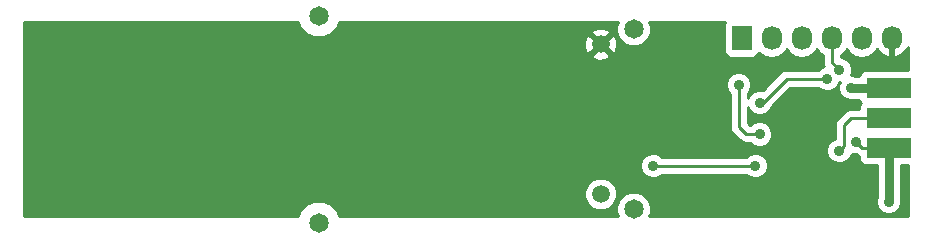
<source format=gbl>
%FSLAX46Y46*%
G04 Gerber Fmt 4.6, Leading zero omitted, Abs format (unit mm)*
G04 Created by KiCad (PCBNEW (2014-jul-16 BZR unknown)-product) date Thu 26 Feb 2015 11:02:22 PM EST*
%MOMM*%
G01*
G04 APERTURE LIST*
%ADD10C,0.100000*%
%ADD11C,1.500000*%
%ADD12C,1.651000*%
%ADD13R,3.810000X1.651000*%
%ADD14R,1.727200X2.032000*%
%ADD15O,1.727200X2.032000*%
%ADD16C,0.889000*%
%ADD17C,0.762000*%
%ADD18C,0.254000*%
G04 APERTURE END LIST*
D10*
D11*
X166370000Y-83820000D03*
X166370000Y-71120000D03*
D12*
X142494000Y-86233000D03*
X142494000Y-68707000D03*
D13*
X190754000Y-79883000D03*
X190754000Y-77343000D03*
X190754000Y-74803000D03*
D12*
X169164000Y-69850000D03*
X169164000Y-85090000D03*
D14*
X178308000Y-70612000D03*
D15*
X180848000Y-70612000D03*
X183388000Y-70612000D03*
X185928000Y-70612000D03*
X188468000Y-70612000D03*
X191008000Y-70612000D03*
D16*
X190754000Y-84455000D03*
X187960000Y-79375000D03*
X185547000Y-77343000D03*
X188976000Y-81788000D03*
X166751000Y-76454000D03*
X166116000Y-78359000D03*
X176784000Y-73533000D03*
X186563000Y-73279000D03*
X185547000Y-74041000D03*
X179832000Y-76073000D03*
X186563000Y-80137000D03*
X170815000Y-81407000D03*
X179451000Y-81407000D03*
X179832000Y-78740000D03*
X178054000Y-74549000D03*
X187579000Y-74803000D03*
D17*
X190754000Y-79883000D02*
X190754000Y-84455000D01*
D18*
X187960000Y-79375000D02*
X188468000Y-79883000D01*
X188468000Y-79883000D02*
X190754000Y-79883000D01*
X186563000Y-73279000D02*
X185928000Y-72644000D01*
X185928000Y-72644000D02*
X185928000Y-70612000D01*
X185547000Y-74041000D02*
X182118000Y-74041000D01*
X180086000Y-76073000D02*
X182118000Y-74041000D01*
X179832000Y-76073000D02*
X180086000Y-76073000D01*
X190754000Y-77343000D02*
X189611000Y-77343000D01*
X190754000Y-77343000D02*
X189611000Y-77343000D01*
X186944000Y-77978000D02*
X187579000Y-77343000D01*
X186944000Y-79756000D02*
X186944000Y-78232000D01*
X186563000Y-80137000D02*
X186944000Y-79756000D01*
X190754000Y-77343000D02*
X187579000Y-77343000D01*
X186944000Y-78232000D02*
X186944000Y-77978000D01*
X177800000Y-81407000D02*
X170815000Y-81407000D01*
X179451000Y-81407000D02*
X177800000Y-81407000D01*
X178054000Y-74549000D02*
X178054000Y-78105000D01*
X178054000Y-78105000D02*
X178689000Y-78740000D01*
X178689000Y-78740000D02*
X179832000Y-78740000D01*
D17*
X187579000Y-74803000D02*
X190754000Y-74803000D01*
D18*
G36*
X192355000Y-73342500D02*
X188722691Y-73342500D01*
X188489302Y-73439173D01*
X188310673Y-73617801D01*
X188240588Y-73787000D01*
X187947141Y-73787000D01*
X187794668Y-73723687D01*
X187547304Y-73723471D01*
X187642313Y-73494668D01*
X187642687Y-73065216D01*
X187478689Y-72668311D01*
X187175286Y-72364378D01*
X186778668Y-72199687D01*
X186690000Y-72199609D01*
X186690000Y-72055311D01*
X186987670Y-71856415D01*
X187198000Y-71541634D01*
X187408330Y-71856415D01*
X187894511Y-72181271D01*
X188468000Y-72295345D01*
X189041489Y-72181271D01*
X189527670Y-71856415D01*
X189734460Y-71546930D01*
X190105964Y-71962732D01*
X190633209Y-72216709D01*
X190648974Y-72219358D01*
X190881000Y-72098217D01*
X190881000Y-70739000D01*
X190861000Y-70739000D01*
X190861000Y-70485000D01*
X190881000Y-70485000D01*
X190881000Y-70465000D01*
X191135000Y-70465000D01*
X191135000Y-70485000D01*
X191155000Y-70485000D01*
X191155000Y-70739000D01*
X191135000Y-70739000D01*
X191135000Y-72098217D01*
X191367026Y-72219358D01*
X191382791Y-72216709D01*
X191910036Y-71962732D01*
X192299954Y-71526320D01*
X192355000Y-71368954D01*
X192355000Y-73342500D01*
X192355000Y-73342500D01*
G37*
X192355000Y-73342500D02*
X188722691Y-73342500D01*
X188489302Y-73439173D01*
X188310673Y-73617801D01*
X188240588Y-73787000D01*
X187947141Y-73787000D01*
X187794668Y-73723687D01*
X187547304Y-73723471D01*
X187642313Y-73494668D01*
X187642687Y-73065216D01*
X187478689Y-72668311D01*
X187175286Y-72364378D01*
X186778668Y-72199687D01*
X186690000Y-72199609D01*
X186690000Y-72055311D01*
X186987670Y-71856415D01*
X187198000Y-71541634D01*
X187408330Y-71856415D01*
X187894511Y-72181271D01*
X188468000Y-72295345D01*
X189041489Y-72181271D01*
X189527670Y-71856415D01*
X189734460Y-71546930D01*
X190105964Y-71962732D01*
X190633209Y-72216709D01*
X190648974Y-72219358D01*
X190881000Y-72098217D01*
X190881000Y-70739000D01*
X190861000Y-70739000D01*
X190861000Y-70485000D01*
X190881000Y-70485000D01*
X190881000Y-70465000D01*
X191135000Y-70465000D01*
X191135000Y-70485000D01*
X191155000Y-70485000D01*
X191155000Y-70739000D01*
X191135000Y-70739000D01*
X191135000Y-72098217D01*
X191367026Y-72219358D01*
X191382791Y-72216709D01*
X191910036Y-71962732D01*
X192299954Y-71526320D01*
X192355000Y-71368954D01*
X192355000Y-73342500D01*
G36*
X192355000Y-85675000D02*
X180530687Y-85675000D01*
X180530687Y-81193216D01*
X180366689Y-80796311D01*
X180063286Y-80492378D01*
X179666668Y-80327687D01*
X179237216Y-80327313D01*
X178840311Y-80491311D01*
X178686353Y-80645000D01*
X177800000Y-80645000D01*
X171579641Y-80645000D01*
X171427286Y-80492378D01*
X171030668Y-80327687D01*
X170601216Y-80327313D01*
X170204311Y-80491311D01*
X169900378Y-80794714D01*
X169735687Y-81191332D01*
X169735313Y-81620784D01*
X169899311Y-82017689D01*
X170202714Y-82321622D01*
X170599332Y-82486313D01*
X171028784Y-82486687D01*
X171425689Y-82322689D01*
X171579646Y-82169000D01*
X177800000Y-82169000D01*
X178686358Y-82169000D01*
X178838714Y-82321622D01*
X179235332Y-82486313D01*
X179664784Y-82486687D01*
X180061689Y-82322689D01*
X180365622Y-82019286D01*
X180530313Y-81622668D01*
X180530687Y-81193216D01*
X180530687Y-85675000D01*
X170502493Y-85675000D01*
X170624246Y-85381786D01*
X170624753Y-84800763D01*
X170402874Y-84263774D01*
X169992387Y-83852570D01*
X169455786Y-83629754D01*
X168874763Y-83629247D01*
X168337774Y-83851126D01*
X167926570Y-84261613D01*
X167767201Y-84645416D01*
X167767201Y-71324829D01*
X167739230Y-70774552D01*
X167582460Y-70396077D01*
X167341517Y-70328088D01*
X167161912Y-70507693D01*
X167161912Y-70148483D01*
X167093923Y-69907540D01*
X166574829Y-69722799D01*
X166024552Y-69750770D01*
X165646077Y-69907540D01*
X165578088Y-70148483D01*
X166370000Y-70940395D01*
X167161912Y-70148483D01*
X167161912Y-70507693D01*
X166549605Y-71120000D01*
X167341517Y-71911912D01*
X167582460Y-71843923D01*
X167767201Y-71324829D01*
X167767201Y-84645416D01*
X167755240Y-84674221D01*
X167755240Y-83545715D01*
X167544831Y-83036485D01*
X167161912Y-82652898D01*
X167161912Y-72091517D01*
X166370000Y-71299605D01*
X166190395Y-71479210D01*
X166190395Y-71120000D01*
X165398483Y-70328088D01*
X165157540Y-70396077D01*
X164972799Y-70915171D01*
X165000770Y-71465448D01*
X165157540Y-71843923D01*
X165398483Y-71911912D01*
X166190395Y-71120000D01*
X166190395Y-71479210D01*
X165578088Y-72091517D01*
X165646077Y-72332460D01*
X166165171Y-72517201D01*
X166715448Y-72489230D01*
X167093923Y-72332460D01*
X167161912Y-72091517D01*
X167161912Y-82652898D01*
X167155564Y-82646539D01*
X166646702Y-82435241D01*
X166095715Y-82434760D01*
X165586485Y-82645169D01*
X165196539Y-83034436D01*
X164985241Y-83543298D01*
X164984760Y-84094285D01*
X165195169Y-84603515D01*
X165584436Y-84993461D01*
X166093298Y-85204759D01*
X166644285Y-85205240D01*
X167153515Y-84994831D01*
X167543461Y-84605564D01*
X167754759Y-84096702D01*
X167755240Y-83545715D01*
X167755240Y-84674221D01*
X167703754Y-84798214D01*
X167703247Y-85379237D01*
X167825453Y-85675000D01*
X144242202Y-85675000D01*
X144045285Y-85198422D01*
X143531284Y-84683523D01*
X142859367Y-84404518D01*
X142131825Y-84403884D01*
X141459422Y-84681715D01*
X140944523Y-85195716D01*
X140745506Y-85675000D01*
X117525000Y-85675000D01*
X117525000Y-69265000D01*
X140745797Y-69265000D01*
X140942715Y-69741578D01*
X141456716Y-70256477D01*
X142128633Y-70535482D01*
X142856175Y-70536116D01*
X143528578Y-70258285D01*
X144043477Y-69744284D01*
X144242493Y-69265000D01*
X167825506Y-69265000D01*
X167703754Y-69558214D01*
X167703247Y-70139237D01*
X167925126Y-70676226D01*
X168335613Y-71087430D01*
X168872214Y-71310246D01*
X169453237Y-71310753D01*
X169990226Y-71088874D01*
X170401430Y-70678387D01*
X170624246Y-70141786D01*
X170624753Y-69560763D01*
X170502546Y-69265000D01*
X176894185Y-69265000D01*
X176809400Y-69469690D01*
X176809400Y-69722309D01*
X176809400Y-71754309D01*
X176906073Y-71987698D01*
X177084701Y-72166327D01*
X177318090Y-72263000D01*
X177570709Y-72263000D01*
X179297909Y-72263000D01*
X179531298Y-72166327D01*
X179709927Y-71987699D01*
X179773500Y-71834220D01*
X179788330Y-71856415D01*
X180274511Y-72181271D01*
X180848000Y-72295345D01*
X181421489Y-72181271D01*
X181907670Y-71856415D01*
X182118000Y-71541634D01*
X182328330Y-71856415D01*
X182814511Y-72181271D01*
X183388000Y-72295345D01*
X183961489Y-72181271D01*
X184447670Y-71856415D01*
X184658000Y-71541634D01*
X184868330Y-71856415D01*
X185166000Y-72055311D01*
X185166000Y-72644000D01*
X185224004Y-72935605D01*
X185261093Y-72991113D01*
X184936311Y-73125311D01*
X184782353Y-73279000D01*
X182118000Y-73279000D01*
X181826395Y-73337004D01*
X181579185Y-73502185D01*
X180075942Y-75005427D01*
X180047668Y-74993687D01*
X179618216Y-74993313D01*
X179221311Y-75157311D01*
X178917378Y-75460714D01*
X178816000Y-75704858D01*
X178816000Y-75313641D01*
X178968622Y-75161286D01*
X179133313Y-74764668D01*
X179133687Y-74335216D01*
X178969689Y-73938311D01*
X178666286Y-73634378D01*
X178269668Y-73469687D01*
X177840216Y-73469313D01*
X177443311Y-73633311D01*
X177139378Y-73936714D01*
X176974687Y-74333332D01*
X176974313Y-74762784D01*
X177138311Y-75159689D01*
X177292000Y-75313646D01*
X177292000Y-78105000D01*
X177350004Y-78396605D01*
X177515185Y-78643815D01*
X178150185Y-79278816D01*
X178298376Y-79377834D01*
X178397395Y-79443996D01*
X178397396Y-79443996D01*
X178689000Y-79502000D01*
X179067358Y-79502000D01*
X179219714Y-79654622D01*
X179616332Y-79819313D01*
X180045784Y-79819687D01*
X180442689Y-79655689D01*
X180746622Y-79352286D01*
X180911313Y-78955668D01*
X180911687Y-78526216D01*
X180747689Y-78129311D01*
X180444286Y-77825378D01*
X180047668Y-77660687D01*
X179618216Y-77660313D01*
X179221311Y-77824311D01*
X179067353Y-77978000D01*
X179004630Y-77978000D01*
X178816000Y-77789369D01*
X178816000Y-76440918D01*
X178916311Y-76683689D01*
X179219714Y-76987622D01*
X179616332Y-77152313D01*
X180045784Y-77152687D01*
X180442689Y-76988689D01*
X180746622Y-76685286D01*
X180885288Y-76351341D01*
X182433630Y-74803000D01*
X184782358Y-74803000D01*
X184934714Y-74955622D01*
X185331332Y-75120313D01*
X185760784Y-75120687D01*
X186157689Y-74956689D01*
X186461622Y-74653286D01*
X186584020Y-74358519D01*
X186594695Y-74358528D01*
X186499687Y-74587332D01*
X186499313Y-75016784D01*
X186663311Y-75413689D01*
X186966714Y-75717622D01*
X187363332Y-75882313D01*
X187792784Y-75882687D01*
X187946918Y-75819000D01*
X188240588Y-75819000D01*
X188310673Y-75988198D01*
X188395474Y-76072999D01*
X188310673Y-76157801D01*
X188214000Y-76391190D01*
X188214000Y-76581000D01*
X187579000Y-76581000D01*
X187287395Y-76639004D01*
X187188376Y-76705165D01*
X187040185Y-76804184D01*
X186405185Y-77439185D01*
X186240004Y-77686395D01*
X186182000Y-77978000D01*
X186182000Y-78232000D01*
X186182000Y-79126405D01*
X185952311Y-79221311D01*
X185648378Y-79524714D01*
X185483687Y-79921332D01*
X185483313Y-80350784D01*
X185647311Y-80747689D01*
X185950714Y-81051622D01*
X186347332Y-81216313D01*
X186776784Y-81216687D01*
X187173689Y-81052689D01*
X187477622Y-80749286D01*
X187621316Y-80403232D01*
X187744332Y-80454313D01*
X187978125Y-80454516D01*
X187978126Y-80454516D01*
X188176395Y-80586996D01*
X188214000Y-80594476D01*
X188214000Y-80834809D01*
X188310673Y-81068198D01*
X188489301Y-81246827D01*
X188722690Y-81343500D01*
X188975309Y-81343500D01*
X189738000Y-81343500D01*
X189738000Y-84086858D01*
X189674687Y-84239332D01*
X189674313Y-84668784D01*
X189838311Y-85065689D01*
X190141714Y-85369622D01*
X190538332Y-85534313D01*
X190967784Y-85534687D01*
X191364689Y-85370689D01*
X191668622Y-85067286D01*
X191833313Y-84670668D01*
X191833687Y-84241216D01*
X191770000Y-84087081D01*
X191770000Y-81343500D01*
X192355000Y-81343500D01*
X192355000Y-85675000D01*
X192355000Y-85675000D01*
G37*
X192355000Y-85675000D02*
X180530687Y-85675000D01*
X180530687Y-81193216D01*
X180366689Y-80796311D01*
X180063286Y-80492378D01*
X179666668Y-80327687D01*
X179237216Y-80327313D01*
X178840311Y-80491311D01*
X178686353Y-80645000D01*
X177800000Y-80645000D01*
X171579641Y-80645000D01*
X171427286Y-80492378D01*
X171030668Y-80327687D01*
X170601216Y-80327313D01*
X170204311Y-80491311D01*
X169900378Y-80794714D01*
X169735687Y-81191332D01*
X169735313Y-81620784D01*
X169899311Y-82017689D01*
X170202714Y-82321622D01*
X170599332Y-82486313D01*
X171028784Y-82486687D01*
X171425689Y-82322689D01*
X171579646Y-82169000D01*
X177800000Y-82169000D01*
X178686358Y-82169000D01*
X178838714Y-82321622D01*
X179235332Y-82486313D01*
X179664784Y-82486687D01*
X180061689Y-82322689D01*
X180365622Y-82019286D01*
X180530313Y-81622668D01*
X180530687Y-81193216D01*
X180530687Y-85675000D01*
X170502493Y-85675000D01*
X170624246Y-85381786D01*
X170624753Y-84800763D01*
X170402874Y-84263774D01*
X169992387Y-83852570D01*
X169455786Y-83629754D01*
X168874763Y-83629247D01*
X168337774Y-83851126D01*
X167926570Y-84261613D01*
X167767201Y-84645416D01*
X167767201Y-71324829D01*
X167739230Y-70774552D01*
X167582460Y-70396077D01*
X167341517Y-70328088D01*
X167161912Y-70507693D01*
X167161912Y-70148483D01*
X167093923Y-69907540D01*
X166574829Y-69722799D01*
X166024552Y-69750770D01*
X165646077Y-69907540D01*
X165578088Y-70148483D01*
X166370000Y-70940395D01*
X167161912Y-70148483D01*
X167161912Y-70507693D01*
X166549605Y-71120000D01*
X167341517Y-71911912D01*
X167582460Y-71843923D01*
X167767201Y-71324829D01*
X167767201Y-84645416D01*
X167755240Y-84674221D01*
X167755240Y-83545715D01*
X167544831Y-83036485D01*
X167161912Y-82652898D01*
X167161912Y-72091517D01*
X166370000Y-71299605D01*
X166190395Y-71479210D01*
X166190395Y-71120000D01*
X165398483Y-70328088D01*
X165157540Y-70396077D01*
X164972799Y-70915171D01*
X165000770Y-71465448D01*
X165157540Y-71843923D01*
X165398483Y-71911912D01*
X166190395Y-71120000D01*
X166190395Y-71479210D01*
X165578088Y-72091517D01*
X165646077Y-72332460D01*
X166165171Y-72517201D01*
X166715448Y-72489230D01*
X167093923Y-72332460D01*
X167161912Y-72091517D01*
X167161912Y-82652898D01*
X167155564Y-82646539D01*
X166646702Y-82435241D01*
X166095715Y-82434760D01*
X165586485Y-82645169D01*
X165196539Y-83034436D01*
X164985241Y-83543298D01*
X164984760Y-84094285D01*
X165195169Y-84603515D01*
X165584436Y-84993461D01*
X166093298Y-85204759D01*
X166644285Y-85205240D01*
X167153515Y-84994831D01*
X167543461Y-84605564D01*
X167754759Y-84096702D01*
X167755240Y-83545715D01*
X167755240Y-84674221D01*
X167703754Y-84798214D01*
X167703247Y-85379237D01*
X167825453Y-85675000D01*
X144242202Y-85675000D01*
X144045285Y-85198422D01*
X143531284Y-84683523D01*
X142859367Y-84404518D01*
X142131825Y-84403884D01*
X141459422Y-84681715D01*
X140944523Y-85195716D01*
X140745506Y-85675000D01*
X117525000Y-85675000D01*
X117525000Y-69265000D01*
X140745797Y-69265000D01*
X140942715Y-69741578D01*
X141456716Y-70256477D01*
X142128633Y-70535482D01*
X142856175Y-70536116D01*
X143528578Y-70258285D01*
X144043477Y-69744284D01*
X144242493Y-69265000D01*
X167825506Y-69265000D01*
X167703754Y-69558214D01*
X167703247Y-70139237D01*
X167925126Y-70676226D01*
X168335613Y-71087430D01*
X168872214Y-71310246D01*
X169453237Y-71310753D01*
X169990226Y-71088874D01*
X170401430Y-70678387D01*
X170624246Y-70141786D01*
X170624753Y-69560763D01*
X170502546Y-69265000D01*
X176894185Y-69265000D01*
X176809400Y-69469690D01*
X176809400Y-69722309D01*
X176809400Y-71754309D01*
X176906073Y-71987698D01*
X177084701Y-72166327D01*
X177318090Y-72263000D01*
X177570709Y-72263000D01*
X179297909Y-72263000D01*
X179531298Y-72166327D01*
X179709927Y-71987699D01*
X179773500Y-71834220D01*
X179788330Y-71856415D01*
X180274511Y-72181271D01*
X180848000Y-72295345D01*
X181421489Y-72181271D01*
X181907670Y-71856415D01*
X182118000Y-71541634D01*
X182328330Y-71856415D01*
X182814511Y-72181271D01*
X183388000Y-72295345D01*
X183961489Y-72181271D01*
X184447670Y-71856415D01*
X184658000Y-71541634D01*
X184868330Y-71856415D01*
X185166000Y-72055311D01*
X185166000Y-72644000D01*
X185224004Y-72935605D01*
X185261093Y-72991113D01*
X184936311Y-73125311D01*
X184782353Y-73279000D01*
X182118000Y-73279000D01*
X181826395Y-73337004D01*
X181579185Y-73502185D01*
X180075942Y-75005427D01*
X180047668Y-74993687D01*
X179618216Y-74993313D01*
X179221311Y-75157311D01*
X178917378Y-75460714D01*
X178816000Y-75704858D01*
X178816000Y-75313641D01*
X178968622Y-75161286D01*
X179133313Y-74764668D01*
X179133687Y-74335216D01*
X178969689Y-73938311D01*
X178666286Y-73634378D01*
X178269668Y-73469687D01*
X177840216Y-73469313D01*
X177443311Y-73633311D01*
X177139378Y-73936714D01*
X176974687Y-74333332D01*
X176974313Y-74762784D01*
X177138311Y-75159689D01*
X177292000Y-75313646D01*
X177292000Y-78105000D01*
X177350004Y-78396605D01*
X177515185Y-78643815D01*
X178150185Y-79278816D01*
X178298376Y-79377834D01*
X178397395Y-79443996D01*
X178397396Y-79443996D01*
X178689000Y-79502000D01*
X179067358Y-79502000D01*
X179219714Y-79654622D01*
X179616332Y-79819313D01*
X180045784Y-79819687D01*
X180442689Y-79655689D01*
X180746622Y-79352286D01*
X180911313Y-78955668D01*
X180911687Y-78526216D01*
X180747689Y-78129311D01*
X180444286Y-77825378D01*
X180047668Y-77660687D01*
X179618216Y-77660313D01*
X179221311Y-77824311D01*
X179067353Y-77978000D01*
X179004630Y-77978000D01*
X178816000Y-77789369D01*
X178816000Y-76440918D01*
X178916311Y-76683689D01*
X179219714Y-76987622D01*
X179616332Y-77152313D01*
X180045784Y-77152687D01*
X180442689Y-76988689D01*
X180746622Y-76685286D01*
X180885288Y-76351341D01*
X182433630Y-74803000D01*
X184782358Y-74803000D01*
X184934714Y-74955622D01*
X185331332Y-75120313D01*
X185760784Y-75120687D01*
X186157689Y-74956689D01*
X186461622Y-74653286D01*
X186584020Y-74358519D01*
X186594695Y-74358528D01*
X186499687Y-74587332D01*
X186499313Y-75016784D01*
X186663311Y-75413689D01*
X186966714Y-75717622D01*
X187363332Y-75882313D01*
X187792784Y-75882687D01*
X187946918Y-75819000D01*
X188240588Y-75819000D01*
X188310673Y-75988198D01*
X188395474Y-76072999D01*
X188310673Y-76157801D01*
X188214000Y-76391190D01*
X188214000Y-76581000D01*
X187579000Y-76581000D01*
X187287395Y-76639004D01*
X187188376Y-76705165D01*
X187040185Y-76804184D01*
X186405185Y-77439185D01*
X186240004Y-77686395D01*
X186182000Y-77978000D01*
X186182000Y-78232000D01*
X186182000Y-79126405D01*
X185952311Y-79221311D01*
X185648378Y-79524714D01*
X185483687Y-79921332D01*
X185483313Y-80350784D01*
X185647311Y-80747689D01*
X185950714Y-81051622D01*
X186347332Y-81216313D01*
X186776784Y-81216687D01*
X187173689Y-81052689D01*
X187477622Y-80749286D01*
X187621316Y-80403232D01*
X187744332Y-80454313D01*
X187978125Y-80454516D01*
X187978126Y-80454516D01*
X188176395Y-80586996D01*
X188214000Y-80594476D01*
X188214000Y-80834809D01*
X188310673Y-81068198D01*
X188489301Y-81246827D01*
X188722690Y-81343500D01*
X188975309Y-81343500D01*
X189738000Y-81343500D01*
X189738000Y-84086858D01*
X189674687Y-84239332D01*
X189674313Y-84668784D01*
X189838311Y-85065689D01*
X190141714Y-85369622D01*
X190538332Y-85534313D01*
X190967784Y-85534687D01*
X191364689Y-85370689D01*
X191668622Y-85067286D01*
X191833313Y-84670668D01*
X191833687Y-84241216D01*
X191770000Y-84087081D01*
X191770000Y-81343500D01*
X192355000Y-81343500D01*
X192355000Y-85675000D01*
M02*

</source>
